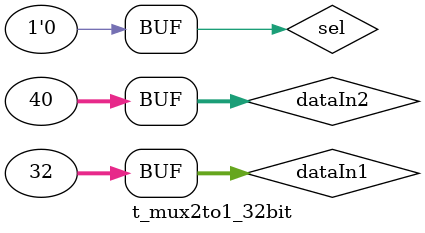
<source format=v>
`timescale 1ns/1ns
module t_mux2to1_32bit;
reg [31:0] dataIn1;
reg [31:0] dataIn2;
reg sel;
wire [31:0] dataOut;

mux2to1_32bit UUT(dataIn1[31:0], dataIn2[31:0], sel, dataOut[31:0]);

initial begin
    dataIn1 = 32'd32;
    dataIn2 = 32'd40;
    #20
    sel = 0;
end
endmodule

</source>
